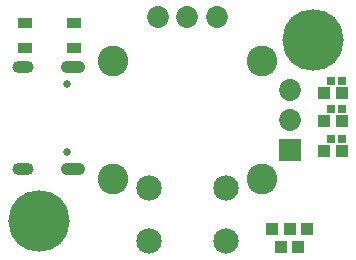
<source format=gts>
G04*
G04 #@! TF.GenerationSoftware,Altium Limited,DefaultClient, ()*
G04*
G04 Layer_Color=8388736*
%FSLAX44Y44*%
%MOMM*%
G71*
G04*
G04 #@! TF.SameCoordinates,17B1D168-C64C-4368-B74A-C04FDEF24575*
G04*
G04*
G04 #@! TF.FilePolarity,Negative*
G04*
G01*
G75*
%ADD18R,1.0032X1.0032*%
%ADD19R,1.2032X0.9532*%
%ADD20R,0.7532X0.7532*%
G04:AMPARAMS|DCode=21|XSize=1mm|YSize=2.1mm|CornerRadius=0.5mm|HoleSize=0mm|Usage=FLASHONLY|Rotation=90.000|XOffset=0mm|YOffset=0mm|HoleType=Round|Shape=RoundedRectangle|*
%AMROUNDEDRECTD21*
21,1,1.0000,1.1000,0,0,90.0*
21,1,0.0000,2.1000,0,0,90.0*
1,1,1.0000,0.5500,0.0000*
1,1,1.0000,0.5500,0.0000*
1,1,1.0000,-0.5500,0.0000*
1,1,1.0000,-0.5500,0.0000*
%
%ADD21ROUNDEDRECTD21*%
%ADD22C,5.2032*%
%ADD23C,0.6500*%
G04:AMPARAMS|DCode=24|XSize=1mm|YSize=1.8mm|CornerRadius=0.5mm|HoleSize=0mm|Usage=FLASHONLY|Rotation=90.000|XOffset=0mm|YOffset=0mm|HoleType=Round|Shape=RoundedRectangle|*
%AMROUNDEDRECTD24*
21,1,1.0000,0.8000,0,0,90.0*
21,1,0.0000,1.8000,0,0,90.0*
1,1,1.0000,0.4000,0.0000*
1,1,1.0000,0.4000,0.0000*
1,1,1.0000,-0.4000,0.0000*
1,1,1.0000,-0.4000,0.0000*
%
%ADD24ROUNDEDRECTD24*%
%ADD25C,2.1532*%
%ADD26C,2.6032*%
%ADD27C,1.8532*%
%ADD28R,1.8532X1.8532*%
D18*
X-17500Y-180000D02*
D03*
X-32500D02*
D03*
X-40000Y-165000D02*
D03*
X-25000D02*
D03*
X-10000D02*
D03*
X19450Y-99290D02*
D03*
X4450D02*
D03*
X19450Y-73890D02*
D03*
X4450D02*
D03*
X19450Y-49760D02*
D03*
X4450D02*
D03*
D19*
X-249348Y9478D02*
D03*
Y-11858D02*
D03*
X-207692D02*
D03*
Y9478D02*
D03*
D20*
X18990Y-89130D02*
D03*
X9990D02*
D03*
X18990Y-63730D02*
D03*
X9990D02*
D03*
X18990Y-39600D02*
D03*
X9990D02*
D03*
D21*
X-208530Y-27840D02*
D03*
Y-114240D02*
D03*
D22*
X-5000Y-5000D02*
D03*
X-237000Y-158000D02*
D03*
D23*
X-213530Y-42140D02*
D03*
Y-99940D02*
D03*
D24*
X-250330Y-27840D02*
D03*
Y-114240D02*
D03*
D25*
X-79126Y-175260D02*
D03*
Y-130260D02*
D03*
X-144126Y-175260D02*
D03*
Y-130260D02*
D03*
D26*
X-48376Y-122760D02*
D03*
X-174876D02*
D03*
Y-22760D02*
D03*
X-48376D02*
D03*
D27*
X-24326Y-47760D02*
D03*
Y-72760D02*
D03*
X-136626Y14540D02*
D03*
X-111626D02*
D03*
X-86626D02*
D03*
D28*
X-24326Y-97760D02*
D03*
M02*

</source>
